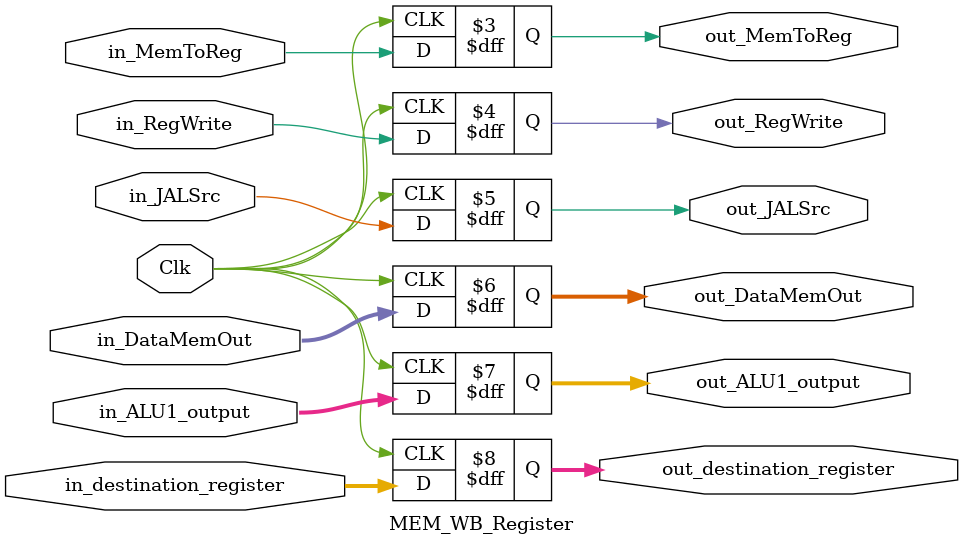
<source format=v>
`timescale 1ns / 1ps


module MEM_WB_Register(Clk, 
                       in_DataMemOut, out_DataMemOut,
                       in_destination_register, out_destination_register,
                       in_ALU1_output, out_ALU1_output,
                       in_MemToReg, out_MemToReg,
                       in_RegWrite, out_RegWrite,
                       in_JALSrc, out_JALSrc);
                       
                       
input Clk, in_MemToReg, in_RegWrite, in_JALSrc;
input [31:0] in_DataMemOut, in_ALU1_output;
input [4:0] in_destination_register;

output reg out_MemToReg, out_RegWrite, out_JALSrc;
output reg [31:0]  out_DataMemOut, out_ALU1_output;
output reg [4:0] out_destination_register;

    initial begin
        out_JALSrc               <= 0;
        out_DataMemOut           <= 0; 
        out_destination_register <= 0; 
        out_ALU1_output          <= 0;
        out_MemToReg             <= 0;
        out_RegWrite             <= 0;
    
    end


    always @ (posedge Clk)  begin
        out_JALSrc               <= in_JALSrc;
        out_DataMemOut           <= in_DataMemOut; 
        out_destination_register <= in_destination_register; 
        out_ALU1_output          <= in_ALU1_output;
        out_MemToReg             <= in_MemToReg;
        out_RegWrite             <= in_RegWrite;
    
    end


endmodule

</source>
